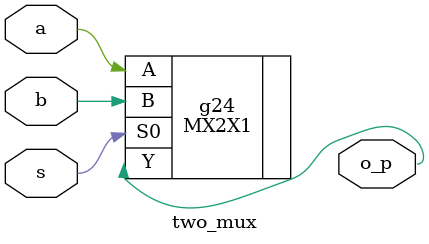
<source format=v>


// Verification Directory fv/two_mux 

module two_mux(o_p, a, b, s);
  input a, b, s;
  output o_p;
  wire a, b, s;
  wire o_p;
  MX2X1 g24(.A (a), .B (b), .S0 (s), .Y (o_p));
endmodule


</source>
